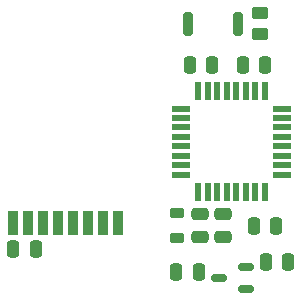
<source format=gbr>
G04 #@! TF.GenerationSoftware,KiCad,Pcbnew,(6.0.11)*
G04 #@! TF.CreationDate,2023-02-14T01:06:37+01:00*
G04 #@! TF.ProjectId,atmega328p-au--e01c-ml01s--bme280--cr2032,61746d65-6761-4333-9238-702d61752d2d,rev?*
G04 #@! TF.SameCoordinates,Original*
G04 #@! TF.FileFunction,Paste,Top*
G04 #@! TF.FilePolarity,Positive*
%FSLAX46Y46*%
G04 Gerber Fmt 4.6, Leading zero omitted, Abs format (unit mm)*
G04 Created by KiCad (PCBNEW (6.0.11)) date 2023-02-14 01:06:37*
%MOMM*%
%LPD*%
G01*
G04 APERTURE LIST*
G04 Aperture macros list*
%AMRoundRect*
0 Rectangle with rounded corners*
0 $1 Rounding radius*
0 $2 $3 $4 $5 $6 $7 $8 $9 X,Y pos of 4 corners*
0 Add a 4 corners polygon primitive as box body*
4,1,4,$2,$3,$4,$5,$6,$7,$8,$9,$2,$3,0*
0 Add four circle primitives for the rounded corners*
1,1,$1+$1,$2,$3*
1,1,$1+$1,$4,$5*
1,1,$1+$1,$6,$7*
1,1,$1+$1,$8,$9*
0 Add four rect primitives between the rounded corners*
20,1,$1+$1,$2,$3,$4,$5,0*
20,1,$1+$1,$4,$5,$6,$7,0*
20,1,$1+$1,$6,$7,$8,$9,0*
20,1,$1+$1,$8,$9,$2,$3,0*%
G04 Aperture macros list end*
%ADD10RoundRect,0.250000X-0.250000X-0.475000X0.250000X-0.475000X0.250000X0.475000X-0.250000X0.475000X0*%
%ADD11RoundRect,0.250000X0.250000X0.475000X-0.250000X0.475000X-0.250000X-0.475000X0.250000X-0.475000X0*%
%ADD12RoundRect,0.150000X0.512500X0.150000X-0.512500X0.150000X-0.512500X-0.150000X0.512500X-0.150000X0*%
%ADD13RoundRect,0.218750X0.381250X-0.218750X0.381250X0.218750X-0.381250X0.218750X-0.381250X-0.218750X0*%
%ADD14RoundRect,0.250000X-0.475000X0.250000X-0.475000X-0.250000X0.475000X-0.250000X0.475000X0.250000X0*%
%ADD15R,0.900000X2.000000*%
%ADD16RoundRect,0.200000X0.200000X0.800000X-0.200000X0.800000X-0.200000X-0.800000X0.200000X-0.800000X0*%
%ADD17R,0.550000X1.600000*%
%ADD18R,1.600000X0.550000*%
%ADD19RoundRect,0.250000X0.450000X-0.262500X0.450000X0.262500X-0.450000X0.262500X-0.450000X-0.262500X0*%
G04 APERTURE END LIST*
D10*
X111023000Y-85095000D03*
X112923000Y-85095000D03*
D11*
X120523000Y-84295000D03*
X118623000Y-84295000D03*
D12*
X116923000Y-86595000D03*
X116923000Y-84695000D03*
X114648000Y-85645000D03*
D13*
X111123000Y-80132500D03*
X111123000Y-82257500D03*
D14*
X113023000Y-82145000D03*
X113023000Y-80245000D03*
X115023000Y-82145000D03*
X115023000Y-80245000D03*
D11*
X114073000Y-67595000D03*
X112173000Y-67595000D03*
D15*
X106063000Y-80995000D03*
X104793000Y-80995000D03*
X103523000Y-80995000D03*
X102253000Y-80995000D03*
X100983000Y-80995000D03*
X99713000Y-80995000D03*
X98443000Y-80995000D03*
X97173000Y-80995000D03*
D10*
X119473000Y-81195000D03*
X117573000Y-81195000D03*
D11*
X97217214Y-83215336D03*
X99117214Y-83215336D03*
D16*
X116223000Y-64095000D03*
X112023000Y-64095000D03*
D10*
X116673000Y-67595000D03*
X118573000Y-67595000D03*
D17*
X118512733Y-69845000D03*
X117712733Y-69845000D03*
X116912733Y-69845000D03*
X116112733Y-69845000D03*
X115312733Y-69845000D03*
X114512733Y-69845000D03*
X113712733Y-69845000D03*
X112912733Y-69845000D03*
D18*
X111462733Y-71295000D03*
X111462733Y-72095000D03*
X111462733Y-72895000D03*
X111462733Y-73695000D03*
X111462733Y-74495000D03*
X111462733Y-75295000D03*
X111462733Y-76095000D03*
X111462733Y-76895000D03*
D17*
X112912733Y-78345000D03*
X113712733Y-78345000D03*
X114512733Y-78345000D03*
X115312733Y-78345000D03*
X116112733Y-78345000D03*
X116912733Y-78345000D03*
X117712733Y-78345000D03*
X118512733Y-78345000D03*
D18*
X119962733Y-76895000D03*
X119962733Y-76095000D03*
X119962733Y-75295000D03*
X119962733Y-74495000D03*
X119962733Y-73695000D03*
X119962733Y-72895000D03*
X119962733Y-72095000D03*
X119962733Y-71295000D03*
D19*
X118123000Y-65007500D03*
X118123000Y-63182500D03*
M02*

</source>
